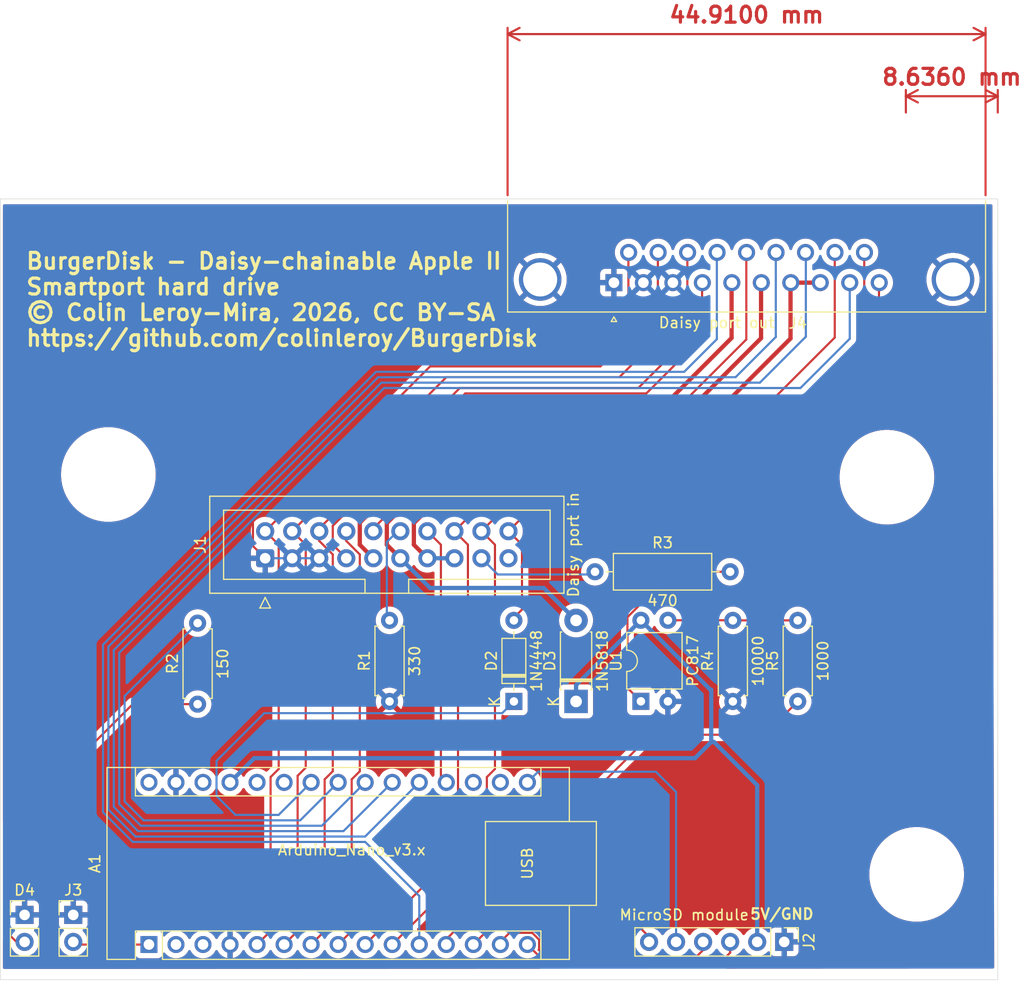
<source format=kicad_pcb>
(kicad_pcb (version 20241229) (generator "pcbnew") (generator_version "9.0")
  (layers (0 "F.Cu" signal) (2 "B.Cu" signal) (13 "F.Paste" user) (15 "B.Paste" user) (5 "F.SilkS" user "F.Silkscreen") (7 "B.SilkS" user "B.Silkscreen") (1 "F.Mask" user) (3 "B.Mask" user) (25 "Edge.Cuts" user))
  (net 0 "")
  (net 1 "TX")
  (net 2 "GND")
  (net 3 "PH0")
  (net 4 "PH1")
  (net 5 "PH2")
  (net 6 "PH3_in")
  (net 7 "RDDATA_in")
  (net 8 "WRDATA")
  (net 9 "PH3_out")
  (net 10 "DRV2_burgerDisk")
  (net 11 "CS")
  (net 12 "MOSI")
  (net 13 "MISO")
  (net 14 "SCK")
  (net 15 "DRV1_in")
  (net 16 "HDSEL_out")
  (net 17 "DRV1_out")
  (net 18 "DRV2_out")
  (net 19 "WRPROT_in")
  (net 20 "5V_burgerDisk")
  (net 21 "WRPROT_out")
  (net 22 "5V_apple2")
  (net 23 "EN3.5")
  (net 24 "-12V")
  (net 25 "+12V")
  (net 26 "DRV2_in")
  (net 27 "WREQ")
  (net 37 "Net-(R3-Pad2)")
  (net 38 "Net-(R4-Pad2)")
  (net 39 "HDSEL_in")
  (net 40 "Net-(D4-A)")
  (net 41 "Net-(A1-A4)")
  (footprint "DSUB-19-angled:DSUB-19_Female_Horizontal_P2.77x2.84mm_EdgePinOffset4.94mm_Housed_MountingHolesOffset7.48mm" (layer "F.Cu") (at 128.524 45.72 180)
    (property "Reference" "J4" (at -17.272 -3.81 180) (layer "F.SilkS"))
    (property "Value" "Daisy port out" (at -9.647 -3.764 180) (layer "F.SilkS"))
    (fp_line (start 9.99 -2.76) (end 9.99 7.72) (stroke (width 0.12)) (layer "F.SilkS"))
    (fp_line (start 0.25 -3.654338) (end 0 -3.221325) (stroke (width 0.12)) (layer "F.SilkS"))
    (fp_line (start 0 -3.221325) (end -0.25 -3.654338) (stroke (width 0.12)) (layer "F.SilkS"))
    (fp_line (start -0.25 -3.654338) (end 0.25 -3.654338) (stroke (width 0.12)) (layer "F.SilkS"))
    (fp_line (start -34.92 7.72) (end -34.92 -2.76) (stroke (width 0.12)) (layer "F.SilkS"))
    (fp_line (start -34.92 -2.76) (end 9.99 -2.76) (stroke (width 0.12)) (layer "F.SilkS"))
    (pad "0" thru_hole circle (at -31.86 0.3 180) (size 4 4) (drill 3.2) (layers "*.Cu" "*.Mask") (net 2 "GND"))
    (pad "0" thru_hole circle (at 6.93 0.3 180) (size 4 4) (drill 3.2) (layers "*.Cu" "*.Mask") (net 2 "GND"))
    (pad "1" thru_hole rect (at 0 0 180) (size 1.6 1.6) (drill 1) (layers "*.Cu" "*.Mask") (net 2 "GND"))
    (pad "2" thru_hole circle (at -2.77 0 180) (size 1.6 1.6) (drill 1) (layers "*.Cu" "*.Mask") (net 2 "GND"))
    (pad "3" thru_hole circle (at -5.54 0 180) (size 1.6 1.6) (drill 1) (layers "*.Cu" "*.Mask") (net 2 "GND"))
    (pad "4" thru_hole circle (at -8.31 0 180) (size 1.6 1.6) (drill 1) (layers "*.Cu" "*.Mask") (net 23 "EN3.5"))
    (pad "5" thru_hole circle (at -11.08 0 180) (size 1.6 1.6) (drill 1) (layers "*.Cu" "*.Mask") (net 24 "-12V"))
    (pad "6" thru_hole circle (at -13.85 0 180) (size 1.6 1.6) (drill 1) (layers "*.Cu" "*.Mask") (net 22 "5V_apple2"))
    (pad "7" thru_hole circle (at -16.62 0 180) (size 1.6 1.6) (drill 1) (layers "*.Cu" "*.Mask") (net 25 "+12V"))
    (pad "8" thru_hole circle (at -19.39 0 180) (size 1.6 1.6) (drill 1) (layers "*.Cu" "*.Mask") (net 25 "+12V"))
    (pad "9" thru_hole circle (at -22.16 0 180) (size 1.6 1.6) (drill 1) (layers "*.Cu" "*.Mask") (net 18 "DRV2_out"))
    (pad "10" thru_hole circle (at -24.93 0 180) (size 1.6 1.6) (drill 1) (layers "*.Cu" "*.Mask") (net 21 "WRPROT_out"))
    (pad "11" thru_hole circle (at -1.385 2.84 180) (size 1.6 1.6) (drill 1) (layers "*.Cu" "*.Mask") (net 3 "PH0"))
    (pad "12" thru_hole circle (at -4.155 2.84 180) (size 1.6 1.6) (drill 1) (layers "*.Cu" "*.Mask") (net 4 "PH1"))
    (pad "13" thru_hole circle (at -6.925 2.84 180) (size 1.6 1.6) (drill 1) (layers "*.Cu" "*.Mask") (net 5 "PH2"))
    (pad "14" thru_hole circle (at -9.695 2.84 180) (size 1.6 1.6) (drill 1) (layers "*.Cu" "*.Mask") (net 9 "PH3_out"))
    (pad "15" thru_hole circle (at -12.465 2.84 180) (size 1.6 1.6) (drill 1) (layers "*.Cu" "*.Mask") (net 27 "WREQ"))
    (pad "16" thru_hole circle (at -15.235 2.84 180) (size 1.6 1.6) (drill 1) (layers "*.Cu" "*.Mask") (net 16 "HDSEL_out"))
    (pad "17" thru_hole circle (at -18.005 2.84 180) (size 1.6 1.6) (drill 1) (layers "*.Cu" "*.Mask") (net 17 "DRV1_out"))
    (pad "18" thru_hole circle (at -20.775 2.84 180) (size 1.6 1.6) (drill 1) (layers "*.Cu" "*.Mask") (net 7 "RDDATA_in"))
    (pad "19" thru_hole circle (at -23.545 2.84 180) (size 1.6 1.6) (drill 1) (layers "*.Cu" "*.Mask") (net 8 "WRDATA"))
  )
  (footprint "Diode_THT:D_DO-41_SOD81_P7.62mm_Horizontal" (layer "F.Cu") (at 124.968 85.09 90)
    (property "Reference" "D3" (at 3.81 -2.47 90) (layer "F.SilkS"))
    (property "Value" "1N5818" (at 3.81 2.47 90) (layer "F.SilkS"))
    (fp_line (start 6.53 -1.47) (end 6.53 -1.34) (stroke (width 0.12)) (layer "F.SilkS"))
    (fp_line (start 2.11 -1.47) (end 2.11 1.47) (stroke (width 0.12)) (layer "F.SilkS"))
    (fp_line (start 1.99 -1.47) (end 1.99 1.47) (stroke (width 0.12)) (layer "F.SilkS"))
    (fp_line (start 1.87 -1.47) (end 1.87 1.47) (stroke (width 0.12)) (layer "F.SilkS"))
    (fp_line (start 1.09 -1.47) (end 6.53 -1.47) (stroke (width 0.12)) (layer "F.SilkS"))
    (fp_line (start 1.09 -1.34) (end 1.09 -1.47) (stroke (width 0.12)) (layer "F.SilkS"))
    (fp_line (start 1.09 1.34) (end 1.09 1.47) (stroke (width 0.12)) (layer "F.SilkS"))
    (fp_line (start 6.53 1.47) (end 6.53 1.34) (stroke (width 0.12)) (layer "F.SilkS"))
    (fp_line (start 1.09 1.47) (end 6.53 1.47) (stroke (width 0.12)) (layer "F.SilkS"))
    (fp_text user "K" (at 0 -2.1 90) (layer "F.SilkS"))
    (pad "1" thru_hole rect (at 0 0 90) (size 2.2 2.2) (drill 1.1) (layers "*.Cu" "*.Mask") (net 20 "5V_burgerDisk"))
    (pad "2" thru_hole oval (at 7.62 0 90) (size 2.2 2.2) (drill 1.1) (layers "*.Cu" "*.Mask") (net 22 "5V_apple2"))
  )
  (footprint "Package_DIP:DIP-4_W7.62mm" (layer "F.Cu") (at 131.059 85.08 90)
    (property "Reference" "U1" (at 3.81 -2.33 90) (layer "F.SilkS"))
    (property "Value" "PC817" (at 3.81 4.87 90) (layer "F.SilkS"))
    (fp_line (start 6.46 -1.33) (end 4.81 -1.33) (stroke (width 0.12)) (layer "F.SilkS"))
    (fp_line (start 2.81 -1.33) (end 1.16 -1.33) (stroke (width 0.12)) (layer "F.SilkS"))
    (fp_line (start 1.16 -1.33) (end 1.16 3.87) (stroke (width 0.12)) (layer "F.SilkS"))
    (fp_line (start 6.46 3.87) (end 6.46 -1.33) (stroke (width 0.12)) (layer "F.SilkS"))
    (fp_line (start 1.16 3.87) (end 6.46 3.87) (stroke (width 0.12)) (layer "F.SilkS"))
    (fp_arc (start 4.81 -1.33) (mid 3.81 -0.33) (end 2.81 -1.33) (stroke (width 0.12)) (layer "F.SilkS"))
    (pad "1" thru_hole rect (at 0 0 90) (size 1.6 1.6) (drill 0.8) (layers "*.Cu" "*.Mask") (net 37 "Net-(R3-Pad2)"))
    (pad "2" thru_hole oval (at 0 2.54 90) (size 1.6 1.6) (drill 0.8) (layers "*.Cu" "*.Mask") (net 2 "GND"))
    (pad "3" thru_hole oval (at 7.62 2.54 90) (size 1.6 1.6) (drill 0.8) (layers "*.Cu" "*.Mask") (net 38 "Net-(R4-Pad2)"))
    (pad "4" thru_hole oval (at 7.62 0 90) (size 1.6 1.6) (drill 0.8) (layers "*.Cu" "*.Mask") (net 20 "5V_burgerDisk"))
  )
  (footprint "Resistor_THT:R_Axial_DIN0207_L6.3mm_D2.5mm_P7.62mm_Horizontal" (layer "F.Cu") (at 107.442 85.09 90)
    (property "Reference" "R1" (at 3.81 -2.37 90) (layer "F.SilkS"))
    (property "Value" "330" (at 3.81 2.37 90) (layer "F.SilkS"))
    (fp_line (start 7.08 -1.37) (end 7.08 -1.04) (stroke (width 0.12)) (layer "F.SilkS"))
    (fp_line (start 0.54 -1.37) (end 7.08 -1.37) (stroke (width 0.12)) (layer "F.SilkS"))
    (fp_line (start 0.54 -1.04) (end 0.54 -1.37) (stroke (width 0.12)) (layer "F.SilkS"))
    (fp_line (start 0.54 1.04) (end 0.54 1.37) (stroke (width 0.12)) (layer "F.SilkS"))
    (fp_line (start 7.08 1.37) (end 7.08 1.04) (stroke (width 0.12)) (layer "F.SilkS"))
    (fp_line (start 0.54 1.37) (end 7.08 1.37) (stroke (width 0.12)) (layer "F.SilkS"))
    (pad "1" thru_hole circle (at 0 0 90) (size 1.6 1.6) (drill 0.8) (layers "*.Cu" "*.Mask") (net 2 "GND"))
    (pad "2" thru_hole oval (at 7.62 0 90) (size 1.6 1.6) (drill 0.8) (layers "*.Cu" "*.Mask") (net 39 "HDSEL_in"))
  )
  (footprint "Connector_PinHeader_2.54mm:PinHeader_1x02_P2.54mm_Vertical" (layer "F.Cu") (at 73.152 105.156)
    (property "Reference" "D4" (at 0 -2.33 0) (layer "F.SilkS"))
    (property "Value" "LED")
    (fp_line (start -1.33 -1.33) (end 0 -1.33) (stroke (width 0.12)) (layer "F.SilkS"))
    (fp_line (start -1.33 0) (end -1.33 -1.33) (stroke (width 0.12)) (layer "F.SilkS"))
    (fp_line (start -1.33 1.27) (end -1.33 3.87) (stroke (width 0.12)) (layer "F.SilkS"))
    (fp_line (start -1.33 1.27) (end 1.33 1.27) (stroke (width 0.12)) (layer "F.SilkS"))
    (fp_line (start -1.33 3.87) (end 1.33 3.87) (stroke (width 0.12)) (layer "F.SilkS"))
    (fp_line (start 1.33 1.27) (end 1.33 3.87) (stroke (width 0.12)) (layer "F.SilkS"))
    (pad "1" thru_hole rect (at 0 0) (size 1.7 1.7) (drill 1) (layers "*.Cu" "*.Mask") (net 2 "GND"))
    (pad "2" thru_hole oval (at 0 2.54) (size 1.7 1.7) (drill 1) (layers "*.Cu" "*.Mask") (net 40 "Net-(D4-A)"))
  )
  (footprint "MountingHole:MountingHole_8.4mm_M8" (layer "F.Cu") (at 154.178 64.008)
    (property "Reference" "REF**")
    (property "Value" "MountingHole_8.4mm_M8")
    (pad "" np_thru_hole circle (at 0 0) (size 8.4 8.4) (drill 8.4) (layers "*.Cu" "*.Mask"))
  )
  (footprint "Connector_PinHeader_2.54mm:PinHeader_1x02_P2.54mm_Vertical" (layer "F.Cu") (at 77.724 105.156)
    (property "Reference" "J3" (at 0 -2.33 0) (layer "F.SilkS"))
    (property "Value" "UART")
    (fp_line (start -1.33 -1.33) (end 0 -1.33) (stroke (width 0.12)) (layer "F.SilkS"))
    (fp_line (start -1.33 0) (end -1.33 -1.33) (stroke (width 0.12)) (layer "F.SilkS"))
    (fp_line (start -1.33 1.27) (end -1.33 3.87) (stroke (width 0.12)) (layer "F.SilkS"))
    (fp_line (start -1.33 1.27) (end 1.33 1.27) (stroke (width 0.12)) (layer "F.SilkS"))
    (fp_line (start -1.33 3.87) (end 1.33 3.87) (stroke (width 0.12)) (layer "F.SilkS"))
    (fp_line (start 1.33 1.27) (end 1.33 3.87) (stroke (width 0.12)) (layer "F.SilkS"))
    (pad "1" thru_hole rect (at 0 0) (size 1.7 1.7) (drill 1) (layers "*.Cu" "*.Mask") (net 2 "GND"))
    (pad "2" thru_hole oval (at 0 2.54) (size 1.7 1.7) (drill 1) (layers "*.Cu" "*.Mask") (net 1 "TX"))
  )
  (footprint "MountingHole:MountingHole_8.4mm_M8" (layer "F.Cu") (at 81.026 63.754)
    (property "Reference" "REF**")
    (property "Value" "MountingHole_8.4mm_M8")
    (pad "" np_thru_hole circle (at 0 0) (size 8.4 8.4) (drill 8.4) (layers "*.Cu" "*.Mask"))
  )
  (footprint "Resistor_THT:R_Axial_DIN0309_L9.0mm_D3.2mm_P12.70mm_Horizontal" (layer "F.Cu") (at 126.746 72.898)
    (property "Reference" "R3" (at 6.35 -2.72 0) (layer "F.SilkS"))
    (property "Value" "470" (at 6.35 2.72 0) (layer "F.SilkS"))
    (fp_line (start 1.04 0) (end 1.73 0) (stroke (width 0.12)) (layer "F.SilkS"))
    (fp_line (start 1.73 -1.72) (end 1.73 1.72) (stroke (width 0.12)) (layer "F.SilkS"))
    (fp_line (start 1.73 1.72) (end 10.97 1.72) (stroke (width 0.12)) (layer "F.SilkS"))
    (fp_line (start 10.97 -1.72) (end 1.73 -1.72) (stroke (width 0.12)) (layer "F.SilkS"))
    (fp_line (start 10.97 1.72) (end 10.97 -1.72) (stroke (width 0.12)) (layer "F.SilkS"))
    (fp_line (start 11.66 0) (end 10.97 0) (stroke (width 0.12)) (layer "F.SilkS"))
    (pad "1" thru_hole circle (at 0 0) (size 1.6 1.6) (drill 0.8) (layers "*.Cu" "*.Mask") (net 26 "DRV2_in"))
    (pad "2" thru_hole oval (at 12.7 0) (size 1.6 1.6) (drill 0.8) (layers "*.Cu" "*.Mask") (net 37 "Net-(R3-Pad2)"))
  )
  (footprint "Resistor_THT:R_Axial_DIN0207_L6.3mm_D2.5mm_P7.62mm_Horizontal" (layer "F.Cu") (at 139.7 85.09 90)
    (property "Reference" "R4" (at 3.81 -2.37 90) (layer "F.SilkS"))
    (property "Value" "10000" (at 3.81 2.37 90) (layer "F.SilkS"))
    (fp_line (start 7.08 -1.37) (end 7.08 -1.04) (stroke (width 0.12)) (layer "F.SilkS"))
    (fp_line (start 0.54 -1.37) (end 7.08 -1.37) (stroke (width 0.12)) (layer "F.SilkS"))
    (fp_line (start 0.54 -1.04) (end 0.54 -1.37) (stroke (width 0.12)) (layer "F.SilkS"))
    (fp_line (start 0.54 1.04) (end 0.54 1.37) (stroke (width 0.12)) (layer "F.SilkS"))
    (fp_line (start 7.08 1.37) (end 7.08 1.04) (stroke (width 0.12)) (layer "F.SilkS"))
    (fp_line (start 0.54 1.37) (end 7.08 1.37) (stroke (width 0.12)) (layer "F.SilkS"))
    (pad "1" thru_hole circle (at 0 0 90) (size 1.6 1.6) (drill 0.8) (layers "*.Cu" "*.Mask") (net 2 "GND"))
    (pad "2" thru_hole oval (at 7.62 0 90) (size 1.6 1.6) (drill 0.8) (layers "*.Cu" "*.Mask") (net 38 "Net-(R4-Pad2)"))
  )
  (footprint "Module:Arduino_Nano" (layer "F.Cu") (at 84.836 107.94 90)
    (property "Reference" "A1" (at 7.62 -5.08 90) (layer "F.SilkS"))
    (property "Value" "Arduino_Nano_v3.x" (at 8.89 19.05 0) (layer "F.SilkS"))
    (fp_line (start 16.64 -3.94) (end -1.4 -3.94) (stroke (width 0.12)) (layer "F.SilkS"))
    (fp_line (start -1.4 -3.94) (end -1.4 -1.27) (stroke (width 0.12)) (layer "F.SilkS"))
    (fp_line (start 13.97 -1.27) (end 16.64 -1.27) (stroke (width 0.12)) (layer "F.SilkS"))
    (fp_line (start 13.97 -1.27) (end 13.97 36.83) (stroke (width 0.12)) (layer "F.SilkS"))
    (fp_line (start 1.27 -1.27) (end -1.4 -1.27) (stroke (width 0.12)) (layer "F.SilkS"))
    (fp_line (start 1.27 1.27) (end 1.27 -1.27) (stroke (width 0.12)) (layer "F.SilkS"))
    (fp_line (start 1.27 1.27) (end -1.4 1.27) (stroke (width 0.12)) (layer "F.SilkS"))
    (fp_line (start 1.27 1.27) (end 1.27 36.83) (stroke (width 0.12)) (layer "F.SilkS"))
    (fp_line (start -1.4 1.27) (end -1.4 39.5) (stroke (width 0.12)) (layer "F.SilkS"))
    (fp_line (start 11.56 31.62) (end 11.56 42.04) (stroke (width 0.12)) (layer "F.SilkS"))
    (fp_line (start 3.68 31.62) (end 11.56 31.62) (stroke (width 0.12)) (layer "F.SilkS"))
    (fp_line (start 13.97 36.83) (end 16.64 36.83) (stroke (width 0.12)) (layer "F.SilkS"))
    (fp_line (start 1.27 36.83) (end -1.4 36.83) (stroke (width 0.12)) (layer "F.SilkS"))
    (fp_line (start 16.64 39.5) (end 16.64 -3.94) (stroke (width 0.12)) (layer "F.SilkS"))
    (fp_line (start 16.64 39.5) (end 11.56 39.5) (stroke (width 0.12)) (layer "F.SilkS"))
    (fp_line (start -1.4 39.5) (end 3.68 39.5) (stroke (width 0.12)) (layer "F.SilkS"))
    (fp_line (start 11.56 42.04) (end 3.68 42.04) (stroke (width 0.12)) (layer "F.SilkS"))
    (fp_line (start 3.68 42.04) (end 3.68 31.62) (stroke (width 0.12)) (layer "F.SilkS"))
    (fp_text user "USB" (at 7.62 35.56 90) (layer "F.SilkS"))
    (pad "1" thru_hole rect (at 0 0 90) (size 1.6 1.6) (drill 1) (layers "*.Cu" "*.Mask") (net 1 "TX"))
    (pad "2" thru_hole oval (at 0 2.54 90) (size 1.6 1.6) (drill 1) (layers "*.Cu" "*.Mask"))
    (pad "3" thru_hole oval (at 0 5.08 90) (size 1.6 1.6) (drill 1) (layers "*.Cu" "*.Mask"))
    (pad "4" thru_hole oval (at 0 7.62 90) (size 1.6 1.6) (drill 1) (layers "*.Cu" "*.Mask") (net 2 "GND"))
    (pad "5" thru_hole oval (at 0 10.16 90) (size 1.6 1.6) (drill 1) (layers "*.Cu" "*.Mask") (net 3 "PH0"))
    (pad "6" thru_hole oval (at 0 12.7 90) (size 1.6 1.6) (drill 1) (layers "*.Cu" "*.Mask") (net 4 "PH1"))
    (pad "7" thru_hole oval (at 0 15.24 90) (size 1.6 1.6) (drill 1) (layers "*.Cu" "*.Mask") (net 5 "PH2"))
    (pad "8" thru_hole oval (at 0 17.78 90) (size 1.6 1.6) (drill 1) (layers "*.Cu" "*.Mask") (net 6 "PH3_in"))
    (pad "9" thru_hole oval (at 0 20.32 90) (size 1.6 1.6) (drill 1) (layers "*.Cu" "*.Mask") (net 7 "RDDATA_in"))
    (pad "10" thru_hole oval (at 0 22.86 90) (size 1.6 1.6) (drill 1) (layers "*.Cu" "*.Mask") (net 8 "WRDATA"))
    (pad "11" thru_hole oval (at 0 25.4 90) (size 1.6 1.6) (drill 1) (layers "*.Cu" "*.Mask") (net 9 "PH3_out"))
    (pad "12" thru_hole oval (at 0 27.94 90) (size 1.6 1.6) (drill 1) (layers "*.Cu" "*.Mask") (net 10 "DRV2_burgerDisk"))
    (pad "13" thru_hole oval (at 0 30.48 90) (size 1.6 1.6) (drill 1) (layers "*.Cu" "*.Mask") (net 11 "CS"))
    (pad "14" thru_hole oval (at 0 33.02 90) (size 1.6 1.6) (drill 1) (layers "*.Cu" "*.Mask") (net 12 "MOSI"))
    (pad "15" thru_hole oval (at 0 35.56 90) (size 1.6 1.6) (drill 1) (layers "*.Cu" "*.Mask") (net 13 "MISO"))
    (pad "16" thru_hole oval (at 15.24 35.56 90) (size 1.6 1.6) (drill 1) (layers "*.Cu" "*.Mask") (net 14 "SCK"))
    (pad "17" thru_hole oval (at 15.24 33.02 90) (size 1.6 1.6) (drill 1) (layers "*.Cu" "*.Mask"))
    (pad "18" thru_hole oval (at 15.24 30.48 90) (size 1.6 1.6) (drill 1) (layers "*.Cu" "*.Mask"))
    (pad "19" thru_hole oval (at 15.24 27.94 90) (size 1.6 1.6) (drill 1) (layers "*.Cu" "*.Mask") (net 15 "DRV1_in"))
    (pad "20" thru_hole oval (at 15.24 25.4 90) (size 1.6 1.6) (drill 1) (layers "*.Cu" "*.Mask") (net 16 "HDSEL_out"))
    (pad "21" thru_hole oval (at 15.24 22.86 90) (size 1.6 1.6) (drill 1) (layers "*.Cu" "*.Mask") (net 17 "DRV1_out"))
    (pad "22" thru_hole oval (at 15.24 20.32 90) (size 1.6 1.6) (drill 1) (layers "*.Cu" "*.Mask") (net 18 "DRV2_out"))
    (pad "23" thru_hole oval (at 15.24 17.78 90) (size 1.6 1.6) (drill 1) (layers "*.Cu" "*.Mask") (net 41 "Net-(A1-A4)"))
    (pad "24" thru_hole oval (at 15.24 15.24 90) (size 1.6 1.6) (drill 1) (layers "*.Cu" "*.Mask") (net 19 "WRPROT_in"))
    (pad "25" thru_hole oval (at 15.24 12.7 90) (size 1.6 1.6) (drill 1) (layers "*.Cu" "*.Mask"))
    (pad "26" thru_hole oval (at 15.24 10.16 90) (size 1.6 1.6) (drill 1) (layers "*.Cu" "*.Mask"))
    (pad "27" thru_hole oval (at 15.24 7.62 90) (size 1.6 1.6) (drill 1) (layers "*.Cu" "*.Mask") (net 20 "5V_burgerDisk"))
    (pad "28" thru_hole oval (at 15.24 5.08 90) (size 1.6 1.6) (drill 1) (layers "*.Cu" "*.Mask"))
    (pad "29" thru_hole oval (at 15.24 2.54 90) (size 1.6 1.6) (drill 1) (layers "*.Cu" "*.Mask") (net 2 "GND"))
    (pad "30" thru_hole oval (at 15.24 0 90) (size 1.6 1.6) (drill 1) (layers "*.Cu" "*.Mask"))
  )
  (footprint "Connector_IDC:IDC-Header_2x10_P2.54mm_Vertical" (layer "F.Cu") (at 95.758 71.628 90)
    (property "Reference" "J1" (at 1.27 -6.1 90) (layer "F.SilkS"))
    (property "Value" "Daisy port in" (at 1.27 28.96 90) (layer "F.SilkS"))
    (fp_line (start 5.83 -5.21) (end 5.83 28.07) (stroke (width 0.12)) (layer "F.SilkS"))
    (fp_line (start -3.29 -5.21) (end 5.83 -5.21) (stroke (width 0.12)) (layer "F.SilkS"))
    (fp_line (start 4.52 -3.91) (end 4.52 26.77) (stroke (width 0.12)) (layer "F.SilkS"))
    (fp_line (start -1.98 -3.91) (end 4.52 -3.91) (stroke (width 0.12)) (layer "F.SilkS"))
    (fp_line (start -4.68 -0.5) (end -4.68 0.5) (stroke (width 0.12)) (layer "F.SilkS"))
    (fp_line (start -3.68 0) (end -4.68 -0.5) (stroke (width 0.12)) (layer "F.SilkS"))
    (fp_line (start -4.68 0.5) (end -3.68 0) (stroke (width 0.12)) (layer "F.SilkS"))
    (fp_line (start -1.98 9.38) (end -1.98 -3.91) (stroke (width 0.12)) (layer "F.SilkS"))
    (fp_line (start -3.29 9.38) (end -1.98 9.38) (stroke (width 0.12)) (layer "F.SilkS"))
    (fp_line (start -1.98 13.48) (end -1.98 13.48) (stroke (width 0.12)) (layer "F.SilkS"))
    (fp_line (start -1.98 13.48) (end -3.29 13.48) (stroke (width 0.12)) (layer "F.SilkS"))
    (fp_line (start 4.52 26.77) (end -1.98 26.77) (stroke (width 0.12)) (layer "F.SilkS"))
    (fp_line (start -1.98 26.77) (end -1.98 13.48) (stroke (width 0.12)) (layer "F.SilkS"))
    (fp_line (start 5.83 28.07) (end -3.29 28.07) (stroke (width 0.12)) (layer "F.SilkS"))
    (fp_line (start -3.29 28.07) (end -3.29 -5.21) (stroke (width 0.12)) (layer "F.SilkS"))
    (pad "1" thru_hole roundrect (at 0 0 90) (size 1.7 1.7) (drill 1) (layers "*.Cu" "*.Mask") (roundrect_rratio 0.1470588235) (net 2 "GND"))
    (pad "2" thru_hole circle (at 2.54 0 90) (size 1.7 1.7) (drill 1) (layers "*.Cu" "*.Mask") (net 3 "PH0"))
    (pad "3" thru_hole circle (at 0 2.54 90) (size 1.7 1.7) (drill 1) (layers "*.Cu" "*.Mask") (net 2 "GND"))
    (pad "4" thru_hole circle (at 2.54 2.54 90) (size 1.7 1.7) (drill 1) (layers "*.Cu" "*.Mask") (net 4 "PH1"))
    (pad "5" thru_hole circle (at 0 5.08 90) (size 1.7 1.7) (drill 1) (layers "*.Cu" "*.Mask") (net 2 "GND"))
    (pad "6" thru_hole circle (at 2.54 5.08 90) (size 1.7 1.7) (drill 1) (layers "*.Cu" "*.Mask") (net 5 "PH2"))
    (pad "7" thru_hole circle (at 0 7.62 90) (size 1.7 1.7) (drill 1) (layers "*.Cu" "*.Mask") (net 23 "EN3.5"))
    (pad "8" thru_hole circle (at 2.54 7.62 90) (size 1.7 1.7) (drill 1) (layers "*.Cu" "*.Mask") (net 6 "PH3_in"))
    (pad "9" thru_hole circle (at 0 10.16 90) (size 1.7 1.7) (drill 1) (layers "*.Cu" "*.Mask") (net 24 "-12V"))
    (pad "10" thru_hole circle (at 2.54 10.16 90) (size 1.7 1.7) (drill 1) (layers "*.Cu" "*.Mask") (net 27 "WREQ"))
    (pad "11" thru_hole circle (at 0 12.7 90) (size 1.7 1.7) (drill 1) (layers "*.Cu" "*.Mask") (net 22 "5V_apple2"))
    (pad "12" thru_hole circle (at 2.54 12.7 90) (size 1.7 1.7) (drill 1) (layers "*.Cu" "*.Mask") (net 39 "HDSEL_in"))
    (pad "13" thru_hole circle (at 0 15.24 90) (size 1.7 1.7) (drill 1) (layers "*.Cu" "*.Mask") (net 25 "+12V"))
    (pad "14" thru_hole circle (at 2.54 15.24 90) (size 1.7 1.7) (drill 1) (layers "*.Cu" "*.Mask") (net 15 "DRV1_in"))
    (pad "15" thru_hole circle (at 0 17.78 90) (size 1.7 1.7) (drill 1) (layers "*.Cu" "*.Mask") (net 25 "+12V"))
    (pad "16" thru_hole circle (at 2.54 17.78 90) (size 1.7 1.7) (drill 1) (layers "*.Cu" "*.Mask") (net 7 "RDDATA_in"))
    (pad "17" thru_hole circle (at 0 20.32 90) (size 1.7 1.7) (drill 1) (layers "*.Cu" "*.Mask") (net 26 "DRV2_in"))
    (pad "18" thru_hole circle (at 2.54 20.32 90) (size 1.7 1.7) (drill 1) (layers "*.Cu" "*.Mask") (net 8 "WRDATA"))
    (pad "19" thru_hole circle (at 0 22.86 90) (size 1.7 1.7) (drill 1) (layers "*.Cu" "*.Mask"))
    (pad "20" thru_hole circle (at 2.54 22.86 90) (size 1.7 1.7) (drill 1) (layers "*.Cu" "*.Mask") (net 21 "WRPROT_out"))
  )
  (footprint "Connector_PinHeader_2.54mm:PinHeader_1x06_P2.54mm_Vertical" (layer "F.Cu") (at 144.526 107.696 -90)
    (property "Reference" "J2" (at 0 -2.33 270) (layer "F.SilkS"))
    (property "Value" "MicroSD module" (at -2.54 9.398 0) (layer "F.SilkS"))
    (fp_line (start -1.33 14.03) (end 1.33 14.03) (stroke (width 0.12)) (layer "F.SilkS"))
    (fp_line (start -1.33 1.27) (end -1.33 14.03) (stroke (width 0.12)) (layer "F.SilkS"))
    (fp_line (start -1.33 1.27) (end 1.33 1.27) (stroke (width 0.12)) (layer "F.SilkS"))
    (fp_line (start 1.33 1.27) (end 1.33 14.03) (stroke (width 0.12)) (layer "F.SilkS"))
    (fp_line (start -1.33 0) (end -1.33 -1.33) (stroke (width 0.12)) (layer "F.SilkS"))
    (fp_line (start -1.33 -1.33) (end 0 -1.33) (stroke (width 0.12)) (layer "F.SilkS"))
    (pad "1" thru_hole rect (at 0 0 270) (size 1.7 1.7) (drill 1) (layers "*.Cu" "*.Mask") (net 2 "GND"))
    (pad "2" thru_hole oval (at 0 2.54 270) (size 1.7 1.7) (drill 1) (layers "*.Cu" "*.Mask") (net 20 "5V_burgerDisk"))
    (pad "3" thru_hole oval (at 0 5.08 270) (size 1.7 1.7) (drill 1) (layers "*.Cu" "*.Mask") (net 13 "MISO"))
    (pad "4" thru_hole oval (at 0 7.62 270) (size 1.7 1.7) (drill 1) (layers "*.Cu" "*.Mask") (net 12 "MOSI"))
    (pad "5" thru_hole oval (at 0 10.16 270) (size 1.7 1.7) (drill 1) (layers "*.Cu" "*.Mask") (net 14 "SCK"))
    (pad "6" thru_hole oval (at 0 12.7 270) (size 1.7 1.7) (drill 1) (layers "*.Cu" "*.Mask") (net 11 "CS"))
  )
  (footprint "Diode_THT:D_DO-35_SOD27_P7.62mm_Horizontal" (layer "F.Cu") (at 119.126 85.09 90)
    (property "Reference" "D2" (at 3.81 -2.12 90) (layer "F.SilkS"))
    (property "Value" "1N4448" (at 3.81 2.12 90) (layer "F.SilkS"))
    (fp_line (start 5.93 -1.12) (end 1.69 -1.12) (stroke (width 0.12)) (layer "F.SilkS"))
    (fp_line (start 2.53 -1.12) (end 2.53 1.12) (stroke (width 0.12)) (layer "F.SilkS"))
    (fp_line (start 2.41 -1.12) (end 2.41 1.12) (stroke (width 0.12)) (layer "F.SilkS"))
    (fp_line (start 2.29 -1.12) (end 2.29 1.12) (stroke (width 0.12)) (layer "F.SilkS"))
    (fp_line (start 1.69 -1.12) (end 1.69 1.12) (stroke (width 0.12)) (layer "F.SilkS"))
    (fp_line (start 6.58 0) (end 5.93 0) (stroke (width 0.12)) (layer "F.SilkS"))
    (fp_line (start 1.04 0) (end 1.69 0) (stroke (width 0.12)) (layer "F.SilkS"))
    (fp_line (start 5.93 1.12) (end 5.93 -1.12) (stroke (width 0.12)) (layer "F.SilkS"))
    (fp_line (start 1.69 1.12) (end 5.93 1.12) (stroke (width 0.12)) (layer "F.SilkS"))
    (fp_text user "K" (at 0 -1.8 90) (layer "F.SilkS"))
    (pad "1" thru_hole rect (at 0 0 90) (size 1.6 1.6) (drill 0.8) (layers "*.Cu" "*.Mask") (net 19 "WRPROT_in"))
    (pad "2" thru_hole oval (at 7.62 0 90) (size 1.6 1.6) (drill 0.8) (layers "*.Cu" "*.Mask") (net 21 "WRPROT_out"))
  )
  (footprint "Resistor_THT:R_Axial_DIN0207_L6.3mm_D2.5mm_P7.62mm_Horizontal" (layer "F.Cu") (at 89.408 85.344 90)
    (property "Reference" "R2" (at 3.81 -2.37 90) (layer "F.SilkS"))
    (property "Value" "150" (at 3.81 2.37 90) (layer "F.SilkS"))
    (fp_line (start 7.08 -1.37) (end 7.08 -1.04) (stroke (width 0.12)) (layer "F.SilkS"))
    (fp_line (start 0.54 -1.37) (end 7.08 -1.37) (stroke (width 0.12)) (layer "F.SilkS"))
    (fp_line (start 0.54 -1.04) (end 0.54 -1.37) (stroke (width 0.12)) (layer "F.SilkS"))
    (fp_line (start 0.54 1.04) (end 0.54 1.37) (stroke (width 0.12)) (layer "F.SilkS"))
    (fp_line (start 7.08 1.37) (end 7.08 1.04) (stroke (width 0.12)) (layer "F.SilkS"))
    (fp_line (start 0.54 1.37) (end 7.08 1.37) (stroke (width 0.12)) (layer "F.SilkS"))
    (pad "1" thru_hole circle (at 0 0 90) (size 1.6 1.6) (drill 0.8) (layers "*.Cu" "*.Mask") (net 40 "Net-(D4-A)"))
    (pad "2" thru_hole oval (at 7.62 0 90) (size 1.6 1.6) (drill 0.8) (layers "*.Cu" "*.Mask") (net 41 "Net-(A1-A4)"))
  )
  (footprint "MountingHole:MountingHole_8.4mm_M8" (layer "F.Cu") (at 156.972 101.346)
    (property "Reference" "REF**")
    (property "Value" "MountingHole_8.4mm_M8")
    (pad "" np_thru_hole circle (at 0 0) (size 8.4 8.4) (drill 8.4) (layers "*.Cu" "*.Mask"))
  )
  (footprint "Resistor_THT:R_Axial_DIN0207_L6.3mm_D2.5mm_P7.62mm_Horizontal" (layer "F.Cu") (at 145.796 85.09 90)
    (property "Reference" "R5" (at 3.81 -2.37 90) (layer "F.SilkS"))
    (property "Value" "1000" (at 3.81 2.37 90) (layer "F.SilkS"))
    (fp_line (start 7.08 -1.37) (end 7.08 -1.04) (stroke (width 0.12)) (layer "F.SilkS"))
    (fp_line (start 0.54 -1.37) (end 7.08 -1.37) (stroke (width 0.12)) (layer "F.SilkS"))
    (fp_line (start 0.54 -1.04) (end 0.54 -1.37) (stroke (width 0.12)) (layer "F.SilkS"))
    (fp_line (start 0.54 1.04) (end 0.54 1.37) (stroke (width 0.12)) (layer "F.SilkS"))
    (fp_line (start 7.08 1.37) (end 7.08 1.04) (stroke (width 0.12)) (layer "F.SilkS"))
    (fp_line (start 0.54 1.37) (end 7.08 1.37) (stroke (width 0.12)) (layer "F.SilkS"))
    (pad "1" thru_hole circle (at 0 0 90) (size 1.6 1.6) (drill 0.8) (layers "*.Cu" "*.Mask") (net 10 "DRV2_burgerDisk"))
    (pad "2" thru_hole oval (at 7.62 0 90) (size 1.6 1.6) (drill 0.8) (layers "*.Cu" "*.Mask") (net 38 "Net-(R4-Pad2)"))
  )
  (gr_rect (start 70.866 37.846) (end 164.592 111.252) (stroke (width 0.05)) (fill no) (layer "Edge.Cuts"))
  (gr_text "5V/GND" (at 141.224 105.664 0) (layer "F.SilkS") (effects (font (size 1 1) (thickness 0.2) (bold yes)) (justify left bottom)))
  (gr_text "BurgerDisk - Daisy-chainable Apple II \nSmartport hard drive\n© Colin Leroy-Mira, 2026, CC BY-SA\nhttps://github.com/colinleroy/BurgerDisk" (at 73.152 51.816 0) (layer "F.SilkS") (effects (font (size 1.5 1.5) (thickness 0.3) (bold yes)) (justify left bottom)))
  (dimension (type aligned) (layer "F.Cu") (pts (xy 118.534 38) (xy 163.444 38)) (height -15.648) (format (prefix "") (suffix "") (units 3) (units_format 1) (precision 4)) (style (thickness 0.2) (arrow_length 1.27) (text_position_mode 0) (arrow_direction outward) (extension_height 0.58642) (extension_offset 0.5) (keep_text_aligned yes)) (gr_text "44,9100 mm" (at 140.989 20.552 0) (layer "F.Cu") (effects (font (size 1.5 1.5) (thickness 0.3)))))
  (dimension (type aligned) (layer "F.Cu") (pts (xy 155.956 30.226) (xy 164.592 30.226)) (height -2.032) (format (prefix "") (suffix "") (units 3) (units_format 1) (precision 4)) (style (thickness 0.2) (arrow_length 1.27) (text_position_mode 0) (arrow_direction outward) (extension_height 0.58642) (extension_offset 0.5) (keep_text_aligned yes)) (gr_text "8,6360 mm" (at 160.274 26.394 0) (layer "F.Cu") (effects (font (size 1.5 1.5) (thickness 0.3)))))
  (segment (start 77.724 107.696) (end 77.973 107.945) (width 0.2) (layer "F.Cu") (net 1))
  (segment (start 77.973 107.945) (end 84.831 107.945) (width 0.2) (layer "F.Cu") (net 1))
  (segment (start 84.831 107.945) (end 84.836 107.94) (width 0.2) (layer "F.Cu") (net 1))
  (segment (start 73.152 105.156) (end 73.406 105.41) (width 0.2) (layer "F.Cu") (net 2))
  (segment (start 94.608 70.478) (end 94.608 67.444) (width 0.2) (layer "F.Cu") (net 2))
  (segment (start 94.608 67.444) (end 108.966 53.086) (width 0.2) (layer "F.Cu") (net 2))
  (segment (start 128.5 45.744) (end 128.524 45.72) (width 0.2) (layer "F.Cu") (net 2))
  (segment (start 95.758 71.628) (end 94.608 70.478) (width 0.2) (layer "F.Cu") (net 2))
  (segment (start 128.224 45.42) (end 128.524 45.72) (width 0.2) (layer "F.Cu") (net 2))
  (segment (start 139.69 85.08) (end 139.7 85.09) (width 0.2) (layer "F.Cu") (net 2))
  (segment (start 128.5 50.824) (end 128.5 45.744) (width 0.2) (layer "F.Cu") (net 2))
  (segment (start 108.966 53.086) (end 126.238 53.086) (width 0.2) (layer "F.Cu") (net 2))
  (segment (start 126.238 53.086) (end 128.5 50.824) (width 0.2) (layer "F.Cu") (net 2))
  (segment (start 77.47 105.41) (end 77.724 105.156) (width 0.2) (layer "F.Cu") (net 2))
  (segment (start 98.298 71.628) (end 95.758 71.628) (width 0.2) (layer "B.Cu") (net 2))
  (segment (start 98.298 71.628) (end 100.838 71.628) (width 0.2) (layer "B.Cu") (net 2))
  (segment (start 97.028 70.358) (end 97.028 91.44) (width 0.2) (layer "F.Cu") (net 3))
  (segment (start 96.266 92.202) (end 96.266 106.67) (width 0.2) (layer "F.Cu") (net 3))
  (segment (start 95.758 69.088) (end 97.028 70.358) (width 0.2) (layer "F.Cu") (net 3))
  (segment (start 97.028 91.44) (end 96.266 92.202) (width 0.2) (layer "F.Cu") (net 3))
  (segment (start 95.758 69.088) (end 111.252 53.594) (width 0.2) (layer "F.Cu") (net 3))
  (segment (start 129.885 42.904) (end 129.909 42.88) (width 0.2) (layer "F.Cu") (net 3))
  (segment (start 111.252 53.594) (end 127.254 53.594) (width 0.2) (layer "F.Cu") (net 3))
  (segment (start 96.266 106.67) (end 94.996 107.94) (width 0.2) (layer "F.Cu") (net 3))
  (segment (start 129.885 50.963) (end 129.885 42.904) (width 0.2) (layer "F.Cu") (net 3))
  (segment (start 127.254 53.594) (end 129.885 50.963) (width 0.2) (layer "F.Cu") (net 3))
  (segment (start 132.655 42.904) (end 132.679 42.88) (width 0.2) (layer "F.Cu") (net 4))
  (segment (start 99.568 91.312365) (end 98.806 92.074365) (width 0.2) (layer "F.Cu") (net 4))
  (segment (start 112.776 54.61) (end 129.032 54.61) (width 0.2) (layer "F.Cu") (net 4))
  (segment (start 98.806 92.074365) (end 98.806 106.67) (width 0.2) (layer "F.Cu") (net 4))
  (segment (start 98.298 69.088) (end 112.776 54.61) (width 0.2) (layer "F.Cu") (net 4))
  (segment (start 98.806 106.67) (end 97.536 107.94) (width 0.2) (layer "F.Cu") (net 4))
  (segment (start 129.032 54.61) (end 132.655 50.987) (width 0.2) (layer "F.Cu") (net 4))
  (segment (start 132.655 50.987) (end 132.655 42.904) (width 0.2) (layer "F.Cu") (net 4))
  (segment (start 98.298 69.088) (end 99.568 70.358) (width 0.2) (layer "F.Cu") (net 4))
  (segment (start 99.568 70.358) (end 99.568 91.312365) (width 0.2) (layer "F.Cu") (net 4))
  (segment (start 114.046 55.626) (end 130.81 55.626) (width 0.2) (layer "F.Cu") (net 5))
  (segment (start 135.425 51.011) (end 135.425 42.904) (width 0.2) (layer "F.Cu") (net 5))
  (segment (start 100.838 70.001654) (end 102.108 71.271654) (width 0.2) (layer "F.Cu") (net 5))
  (segment (start 101.346 106.67) (end 100.076 107.94) (width 0.2) (layer "F.Cu") (net 5))
  (segment (start 100.838 68.834) (end 114.046 55.626) (width 0.2) (layer "F.Cu") (net 5))
  (segment (start 100.838 69.088) (end 100.838 68.834) (width 0.2) (layer "F.Cu") (net 5))
  (segment (start 101.346 92.414365) (end 101.346 106.67) (width 0.2) (layer "F.Cu") (net 5))
  (segment (start 102.108 71.271654) (end 102.108 91.652365) (width 0.2) (layer "F.Cu") (net 5))
  (segment (start 135.425 42.904) (end 135.449 42.88) (width 0.2) (layer "F.Cu") (net 5))
  (segment (start 102.108 91.652365) (end 101.346 92.414365) (width 0.2) (layer "F.Cu") (net 5))
  (segment (start 130.81 55.626) (end 135.425 51.011) (width 0.2) (layer "F.Cu") (net 5))
  (segment (start 100.838 69.088) (end 100.838 70.001654) (width 0.2) (layer "F.Cu") (net 5))
  (segment (start 103.378 70.001654) (end 104.648 71.271654) (width 0.2) (layer "F.Cu") (net 6))
  (segment (start 104.648 71.271654) (end 104.648 91.652365) (width 0.2) (layer "F.Cu") (net 6))
  (segment (start 104.648 91.652365) (end 103.886 92.414365) (width 0.2) (layer "F.Cu") (net 6))
  (segment (start 103.886 92.414365) (end 103.886 106.67) (width 0.2) (layer "F.Cu") (net 6))
  (segment (start 103.886 106.67) (end 102.616 107.94) (width 0.2) (layer "F.Cu") (net 6))
  (segment (start 103.378 69.088) (end 103.378 70.001654) (width 0.2) (layer "F.Cu") (net 6))
  (segment (start 105.156 107.94) (end 113.876 99.22) (width 0.2) (layer "F.Cu") (net 7))
  (segment (start 113.538 69.088) (end 123.614 59.012) (width 0.2) (layer "F.Cu") (net 7))
  (segment (start 141.14 59.012) (end 149.275 50.877) (width 0.2) (layer "F.Cu") (net 7))
  (segment (start 123.614 59.012) (end 141.14 59.012) (width 0.2) (layer "F.Cu") (net 7))
  (segment (start 113.876 99.22) (end 113.876 85.428) (width 0.2) (layer "F.Cu") (net 7))
  (segment (start 114.808 70.358) (end 113.538 69.088) (width 0.2) (layer "F.Cu") (net 7))
  (segment (start 149.275 42.904) (end 149.299 42.88) (width 0.2) (layer "F.Cu") (net 7))
  (segment (start 114.808 84.496) (end 114.808 70.358) (width 0.2) (layer "F.Cu") (net 7))
  (segment (start 113.876 85.428) (end 114.808 84.496) (width 0.2) (layer "F.Cu") (net 7))
  (segment (start 149.275 50.877) (end 149.275 42.904) (width 0.2) (layer "F.Cu") (net 7))
  (segment (start 152.045 50.859343) (end 152.045 42.904) (width 0.2) (layer "F.Cu") (net 8))
  (segment (start 116.586 92.202) (end 116.586 99.05) (width 0.2) (layer "F.Cu") (net 8))
  (segment (start 143.468343 59.436) (end 152.045 50.859343) (width 0.2) (layer "F.Cu") (net 8))
  (segment (start 152.045 42.904) (end 152.069 42.88) (width 0.2) (layer "F.Cu") (net 8))
  (segment (start 116.078 69.088) (end 117.348 70.358) (width 0.2) (layer "F.Cu") (net 8))
  (segment (start 117.348 70.358) (end 117.348 91.44) (width 0.2) (layer "F.Cu") (net 8))
  (segment (start 116.586 99.05) (end 107.696 107.94) (width 0.2) (layer "F.Cu") (net 8))
  (segment (start 117.348 91.44) (end 116.586 92.202) (width 0.2) (layer "F.Cu") (net 8))
  (segment (start 125.73 59.436) (end 143.468343 59.436) (width 0.2) (layer "F.Cu") (net 8))
  (segment (start 116.078 69.088) (end 125.73 59.436) (width 0.2) (layer "F.Cu") (net 8))
  (segment (start 83.312 98.298) (end 80.518 95.504) (width 0.2) (layer "B.Cu") (net 9))
  (segment (start 138.195 51.035) (end 138.195 42.904) (width 0.2) (layer "B.Cu") (net 9))
  (segment (start 106.172 54.102) (end 135.128 54.102) (width 0.2) (layer "B.Cu") (net 9))
  (segment (start 110.236 103.378) (end 105.156 98.298) (width 0.2) (layer "B.Cu") (net 9))
  (segment (start 110.236 107.94) (end 110.236 103.378) (width 0.2) (layer "B.Cu") (net 9))
  (segment (start 105.156 98.298) (end 83.312 98.298) (width 0.2) (layer "B.Cu") (net 9))
  (segment (start 135.128 54.102) (end 138.195 51.035) (width 0.2) (layer "B.Cu") (net 9))
  (segment (start 80.518 95.504) (end 80.518 79.756) (width 0.2) (layer "B.Cu") (net 9))
  (segment (start 138.195 42.904) (end 138.219 42.88) (width 0.2) (layer "B.Cu") (net 9))
  (segment (start 80.518 79.756) (end 106.172 54.102) (width 0.2) (layer "B.Cu") (net 9))
  (segment (start 132.001 88.217) (end 142.669 88.217) (width 0.2) (layer "F.Cu") (net 10))
  (segment (start 112.776 107.442) (end 132.001 88.217) (width 0.2) (layer "F.Cu") (net 10))
  (segment (start 112.776 107.94) (end 112.776 107.442) (width 0.2) (layer "F.Cu") (net 10))
  (segment (start 142.669 88.217) (end 145.796 85.09) (width 0.2) (layer "F.Cu") (net 10))
  (segment (start 115.316 107.94) (end 116.816 106.44) (width 0.2) (layer "F.Cu") (net 11))
  (segment (start 116.816 106.44) (end 131.05 106.44) (width 0.2) (layer "F.Cu") (net 11))
  (segment (start 131.826 107.216) (end 131.826 107.696) (width 0.2) (layer "F.Cu") (net 11))
  (segment (start 131.05 106.44) (end 131.826 107.216) (width 0.2) (layer "F.Cu") (net 11))
  (segment (start 121.456661 108.434975) (end 122.495686 109.474) (width 0.2) (layer "F.Cu") (net 12))
  (segment (start 118.712 106.84) (end 120.851635 106.84) (width 0.2) (layer "F.Cu") (net 12))
  (segment (start 117.856 107.94) (end 117.856 107.696) (width 0.2) (layer "F.Cu") (net 12))
  (segment (start 136.906 108.458) (end 136.906 107.696) (width 0.2) (layer "F.Cu") (net 12))
  (segment (start 117.856 107.696) (end 118.712 106.84) (width 0.2) (layer "F.Cu") (net 12))
  (segment (start 121.496 108.395635) (end 121.456661 108.434975) (width 0.2) (layer "F.Cu") (net 12))
  (segment (start 122.495686 109.474) (end 135.89 109.474) (width 0.2) (layer "F.Cu") (net 12))
  (segment (start 121.496 107.484365) (end 121.496 108.395635) (width 0.2) (layer "F.Cu") (net 12))
  (segment (start 135.89 109.474) (end 136.906 108.458) (width 0.2) (layer "F.Cu") (net 12))
  (segment (start 120.851635 106.84) (end 121.496 107.484365) (width 0.2) (layer "F.Cu") (net 12))
  (segment (start 120.396 107.94) (end 122.438 109.982) (width 0.2) (layer "F.Cu") (net 13))
  (segment (start 138.176 109.982) (end 139.446 108.712) (width 0.2) (layer "F.Cu") (net 13))
  (segment (start 139.446 108.712) (end 139.446 107.696) (width 0.2) (layer "F.Cu") (net 13))
  (segment (start 122.438 109.982) (end 138.176 109.982) (width 0.2) (layer "F.Cu") (net 13))
  (segment (start 134.366 93.599) (end 134.366 107.696) (width 0.2) (layer "B.Cu") (net 14))
  (segment (start 121.402 91.694) (end 132.461 91.694) (width 0.2) (layer "B.Cu") (net 14))
  (segment (start 132.461 91.694) (end 134.366 93.599) (width 0.2) (layer "B.Cu") (net 14))
  (segment (start 120.396 92.7) (end 121.402 91.694) (width 0.2) (layer "B.Cu") (net 14))
  (segment (start 112.268 70.358) (end 112.268 92.192) (width 0.2) (layer "F.Cu") (net 15))
  (segment (start 110.998 69.088) (end 112.268 70.358) (width 0.2) (layer "F.Cu") (net 15))
  (segment (start 112.268 92.192) (end 112.776 92.7) (width 0.2) (layer "F.Cu") (net 15))
  (segment (start 83.566 97.79) (end 81.026 95.25) (width 0.2) (layer "B.Cu") (net 16))
  (segment (start 143.735 50.829) (end 143.735 42.904) (width 0.2) (layer "B.Cu") (net 16))
  (segment (start 139.954 54.61) (end 143.735 50.829) (width 0.2) (layer "B.Cu") (net 16))
  (segment (start 106.3625 54.61) (end 139.954 54.61) (width 0.2) (layer "B.Cu") (net 16))
  (segment (start 110.236 92.7) (end 105.146 97.79) (width 0.2) (layer "B.Cu") (net 16))
  (segment (start 81.026 79.9465) (end 106.3625 54.61) (width 0.2) (layer "B.Cu") (net 16))
  (segment (start 81.026 95.25) (end 81.026 79.9465) (width 0.2) (layer "B.Cu") (net 16))
  (segment (start 143.735 42.904) (end 143.759 42.88) (width 0.2) (layer "B.Cu") (net 16))
  (segment (start 105.146 97.79) (end 83.566 97.79) (width 0.2) (layer "B.Cu") (net 16))
  (segment (start 146.558 42.909) (end 146.529 42.88) (width 0.2) (layer "B.Cu") (net 17))
  (segment (start 81.534 80.264) (end 106.68 55.118) (width 0.2) (layer "B.Cu") (net 17))
  (segment (start 81.534 94.996) (end 81.534 80.264) (width 0.2) (layer "B.Cu") (net 17))
  (segment (start 83.82 97.282) (end 81.534 94.996) (width 0.2) (layer "B.Cu") (net 17))
  (segment (start 103.114 97.282) (end 83.82 97.282) (width 0.2) (layer "B.Cu") (net 17))
  (segment (start 146.558 50.8) (end 146.558 42.909) (width 0.2) (layer "B.Cu") (net 17))
  (segment (start 142.24 55.118) (end 146.558 50.8) (width 0.2) (layer "B.Cu") (net 17))
  (segment (start 107.696 92.7) (end 103.114 97.282) (width 0.2) (layer "B.Cu") (net 17))
  (segment (start 106.68 55.118) (end 142.24 55.118) (width 0.2) (layer "B.Cu") (net 17))
  (segment (start 150.684 50.992) (end 150.684 45.72) (width 0.2) (layer "B.Cu") (net 18))
  (segment (start 84.074 96.774) (end 82.042 94.742) (width 0.2) (layer "B.Cu") (net 18))
  (segment (start 82.042 80.518) (end 106.934 55.626) (width 0.2) (layer "B.Cu") (net 18))
  (segment (start 106.934 55.626) (end 146.05 55.626) (width 0.2) (layer "B.Cu") (net 18))
  (segment (start 146.05 55.626) (end 150.684 50.992) (width 0.2) (layer "B.Cu") (net 18))
  (segment (start 101.082 96.774) (end 84.074 96.774) (width 0.2) (layer "B.Cu") (net 18))
  (segment (start 82.042 94.742) (end 82.042 80.518) (width 0.2) (layer "B.Cu") (net 18))
  (segment (start 105.156 92.7) (end 101.082 96.774) (width 0.2) (layer "B.Cu") (net 18))
  (segment (start 91.186 90.678) (end 95.674 86.19) (width 0.2) (layer "B.Cu") (net 19))
  (segment (start 97.018 95.758) (end 92.964 95.758) (width 0.2) (layer "B.Cu") (net 19))
  (segment (start 100.076 92.7) (end 97.018 95.758) (width 0.2) (layer "B.Cu") (net 19))
  (segment (start 118.026 86.19) (end 119.126 85.09) (width 0.2) (layer "B.Cu") (net 19))
  (segment (start 91.186 93.98) (end 91.186 90.678) (width 0.2) (layer "B.Cu") (net 19))
  (segment (start 92.964 95.758) (end 91.186 93.98) (width 0.2) (layer "B.Cu") (net 19))
  (segment (start 95.674 86.19) (end 118.026 86.19) (width 0.2) (layer "B.Cu") (net 19))
  (segment (start 137.589 83.99) (end 131.059 77.46) (width 0.4) (layer "B.Cu") (net 20))
  (segment (start 137.922 88.9) (end 141.986 92.964) (width 0.4) (layer "B.Cu") (net 20))
  (segment (start 124.968 85.09) (end 124.968 83.551) (width 0.4) (layer "B.Cu") (net 20))
  (segment (start 137.668 88.9) (end 137.922 88.9) (width 0.4) (layer "B.Cu") (net 20))
  (segment (start 124.968 83.551) (end 131.059 77.46) (width 0.4) (layer "B.Cu") (net 20))
  (segment (start 137.668 88.9) (end 137.668 83.99) (width 0.4) (layer "B.Cu") (net 20))
  (segment (start 94.732 90.424) (end 136.144 90.424) (width 0.4) (layer "B.Cu") (net 20))
  (segment (start 141.986 92.964) (end 141.986 107.696) (width 0.4) (layer "B.Cu") (net 20))
  (segment (start 92.456 92.7) (end 94.732 90.424) (width 0.4) (layer "B.Cu") (net 20))
  (segment (start 136.144 90.424) (end 137.668 88.9) (width 0.4) (layer "B.Cu") (net 20))
  (segment (start 137.668 83.99) (end 137.589 83.99) (width 0.4) (layer "B.Cu") (net 20))
  (segment (start 118.618 69.088) (end 119.888 70.358) (width 0.2) (layer "F.Cu") (net 21))
  (segment (start 153.43 51.04) (end 153.43 45.744) (width 0.2) (layer "F.Cu") (net 21))
  (segment (start 118.618 69.088) (end 127.87 59.836) (width 0.2) (layer "F.Cu") (net 21))
  (segment (start 119.888 76.454) (end 118.872 77.47) (width 0.2) (layer "F.Cu") (net 21))
  (segment (start 127.87 59.836) (end 144.634 59.836) (width 0.2) (layer "F.Cu") (net 21))
  (segment (start 153.43 45.744) (end 153.454 45.72) (width 0.2) (layer "F.Cu") (net 21))
  (segment (start 119.888 70.358) (end 119.888 76.454) (width 0.2) (layer "F.Cu") (net 21))
  (segment (start 144.634 59.836) (end 153.43 51.04) (width 0.2) (layer "F.Cu") (net 21))
  (segment (start 107.188 70.358) (end 107.188 68.326) (width 0.4) (layer "F.Cu") (net 22))
  (segment (start 107.188 68.326) (end 117.602 57.912) (width 0.4) (layer "F.Cu") (net 22))
  (segment (start 108.458 71.628) (end 107.188 70.358) (width 0.4) (layer "F.Cu") (net 22))
  (segment (start 117.602 57.912) (end 135.382 57.912) (width 0.4) (layer "F.Cu") (net 22))
  (segment (start 142.35 50.944) (end 142.35 45.744) (width 0.4) (layer "F.Cu") (net 22))
  (segment (start 135.382 57.912) (end 142.35 50.944) (width 0.4) (layer "F.Cu") (net 22))
  (segment (start 142.35 45.744) (end 142.374 45.72) (width 0.4) (layer "F.Cu") (net 22))
  (segment (start 108.458 71.628) (end 111.252 74.422) (width 0.4) (layer "B.Cu") (net 22))
  (segment (start 111.252 74.422) (end 121.92 74.422) (width 0.4) (layer "B.Cu") (net 22))
  (segment (start 121.92 74.422) (end 124.968 77.47) (width 0.4) (layer "B.Cu") (net 22))
  (segment (start 103.378 71.628) (end 102.108 70.358) (width 0.2) (layer "F.Cu") (net 23))
  (segment (start 136.81 45.744) (end 136.834 45.72) (width 0.2) (layer "F.Cu") (net 23))
  (segment (start 102.108 70.358) (end 102.108 68.58) (width 0.2) (layer "F.Cu") (net 23))
  (segment (start 102.108 68.58) (end 114.554 56.134) (width 0.2) (layer "F.Cu") (net 23))
  (segment (start 131.572 56.134) (end 136.81 50.896) (width 0.2) (layer "F.Cu") (net 23))
  (segment (start 136.81 50.896) (end 136.81 45.744) (width 0.2) (layer "F.Cu") (net 23))
  (segment (start 114.554 56.134) (end 131.572 56.134) (width 0.2) (layer "F.Cu") (net 23))
  (segment (start 104.648 70.358) (end 104.648 68.281827) (width 0.4) (layer "F.Cu") (net 24))
  (segment (start 116.033827 56.896) (end 133.604 56.896) (width 0.4) (layer "F.Cu") (net 24))
  (segment (start 139.58 45.744) (end 139.604 45.72) (width 0.4) (layer "F.Cu") (net 24))
  (segment (start 139.58 50.92) (end 139.58 45.744) (width 0.4) (layer "F.Cu") (net 24))
  (segment (start 105.918 71.628) (end 104.648 70.358) (width 0.4) (layer "F.Cu") (net 24))
  (segment (start 104.648 68.281827) (end 116.033827 56.896) (width 0.4) (layer "F.Cu") (net 24))
  (segment (start 133.604 56.896) (end 139.58 50.92) (width 0.4) (layer "F.Cu") (net 24))
  (segment (start 145.144 45.72) (end 147.914 45.72) (width 0.4) (layer "F.Cu") (net 25))
  (segment (start 145.12 50.968) (end 145.12 45.744) (width 0.4) (layer "F.Cu") (net 25))
  (segment (start 119.542 58.512) (end 137.576 58.512) (width 0.4) (layer "F.Cu") (net 25))
  (segment (start 110.998 71.628) (end 109.728 70.358) (width 0.4) (layer "F.Cu") (net 25))
  (segment (start 145.12 45.744) (end 145.144 45.72) (width 0.4) (layer "F.Cu") (net 25))
  (segment (start 137.576 58.512) (end 145.12 50.968) (width 0.4) (layer "F.Cu") (net 25))
  (segment (start 109.728 70.358) (end 109.728 68.326) (width 0.4) (layer "F.Cu") (net 25))
  (segment (start 109.728 68.326) (end 119.542 58.512) (width 0.4) (layer "F.Cu") (net 25))
  (segment (start 110.998 71.628) (end 113.538 71.628) (width 0.4) (layer "B.Cu") (net 25))
  (segment (start 126.492 73.152) (end 126.746 72.898) (width 0.2) (layer "B.Cu") (net 26))
  (segment (start 117.602 73.152) (end 126.492 73.152) (width 0.2) (layer "B.Cu") (net 26))
  (segment (start 116.078 71.628) (end 117.602 73.152) (width 0.2) (layer "B.Cu") (net 26))
  (segment (start 105.918 68.834) (end 117.348 57.404) (width 0.2) (layer "F.Cu") (net 27))
  (segment (start 105.918 69.088) (end 105.918 68.834) (width 0.2) (layer "F.Cu") (net 27))
  (segment (start 117.348 57.404) (end 134.62 57.404) (width 0.2) (layer "F.Cu") (net 27))
  (segment (start 134.62 57.404) (end 140.965 51.059) (width 0.2) (layer "F.Cu") (net 27))
  (segment (start 140.965 42.904) (end 140.989 42.88) (width 0.2) (layer "F.Cu") (net 27))
  (segment (start 140.965 51.059) (end 140.965 42.904) (width 0.2) (layer "F.Cu") (net 27))
  (segment (start 129.794 83.815) (end 131.059 85.08) (width 0.2) (layer "F.Cu") (net 37))
  (segment (start 139.446 72.898) (end 134.065365 72.898) (width 0.2) (layer "F.Cu") (net 37))
  (segment (start 134.065365 72.898) (end 129.794 77.169365) (width 0.2) (layer "F.Cu") (net 37))
  (segment (start 129.794 77.169365) (end 129.794 83.815) (width 0.2) (layer "F.Cu") (net 37))
  (segment (start 139.69 77.46) (end 139.7 77.47) (width 0.2) (layer "F.Cu") (net 38))
  (segment (start 139.7 77.47) (end 145.796 77.47) (width 0.2) (layer "F.Cu") (net 38))
  (segment (start 133.599 77.46) (end 139.69 77.46) (width 0.2) (layer "F.Cu") (net 38))
  (segment (start 108.458 68.834) (end 107.188 70.104) (width 0.2) (layer "B.Cu") (net 39))
  (segment (start 107.188 77.47) (end 107.442 77.724) (width 0.2) (layer "B.Cu") (net 39))
  (segment (start 108.458 69.088) (end 108.458 68.834) (width 0.2) (layer "B.Cu") (net 39))
  (segment (start 107.188 70.104) (end 107.188 77.47) (width 0.2) (layer "B.Cu") (net 39))
  (segment (start 73.152 107.696) (end 72.39 107.696) (width 0.2) (layer "F.Cu") (net 40))
  (segment (start 83.312 85.344) (end 89.408 85.344) (width 0.2) (layer "F.Cu") (net 40))
  (segment (start 72.39 107.696) (end 71.374 106.68) (width 0.2) (layer "F.Cu") (net 40))
  (segment (start 71.374 97.282) (end 83.312 85.344) (width 0.2) (layer "F.Cu") (net 40))
  (segment (start 71.374 106.68) (end 71.374 97.282) (width 0.2) (layer "F.Cu") (net 40))
  (segment (start 99.05 96.266) (end 84.328 96.266) (width 0.2) (layer "B.Cu") (net 41))
  (segment (start 84.328 96.266) (end 82.55 94.488) (width 0.2) (layer "B.Cu") (net 41))
  (segment (start 82.55 84.582) (end 89.408 77.724) (width 0.2) (layer "B.Cu") (net 41))
  (segment (start 82.55 94.488) (end 82.55 84.582) (width 0.2) (layer "B.Cu") (net 41))
  (segment (start 102.616 92.7) (end 99.05 96.266) (width 0.2) (layer "B.Cu") (net 41))
  (zone (net 2) (net_name "GND") (layers "F.Cu" "B.Cu") (connect_pads (clearance 0.5)) (min_thickness 0.25) (fill yes (thermal_gap 0.5) (thermal_bridge_width 0.5))
    (polygon (pts (xy 130.048 38.354) (xy 71.12 38.354) (xy 70.866 110.236) (xy 164.253809 110.200093) (xy 164.084 38.354)))
  )
)
</source>
